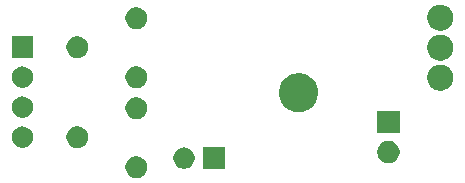
<source format=gbr>
G04 #@! TF.GenerationSoftware,KiCad,Pcbnew,5.1.5-52549c5~86~ubuntu16.04.1*
G04 #@! TF.CreationDate,2020-11-24T12:51:21+05:30*
G04 #@! TF.ProjectId,IR_Sensor_Module_555_V1.0,49525f53-656e-4736-9f72-5f4d6f64756c,V1.0*
G04 #@! TF.SameCoordinates,Original*
G04 #@! TF.FileFunction,Soldermask,Bot*
G04 #@! TF.FilePolarity,Negative*
%FSLAX46Y46*%
G04 Gerber Fmt 4.6, Leading zero omitted, Abs format (unit mm)*
G04 Created by KiCad (PCBNEW 5.1.5-52549c5~86~ubuntu16.04.1) date 2020-11-24 12:51:21*
%MOMM*%
%LPD*%
G04 APERTURE LIST*
%ADD10C,0.100000*%
G04 APERTURE END LIST*
D10*
G36*
X112030104Y-113409585D02*
G01*
X112198626Y-113479389D01*
X112350291Y-113580728D01*
X112479272Y-113709709D01*
X112580611Y-113861374D01*
X112650415Y-114029896D01*
X112686000Y-114208797D01*
X112686000Y-114391203D01*
X112650415Y-114570104D01*
X112580611Y-114738626D01*
X112479272Y-114890291D01*
X112350291Y-115019272D01*
X112198626Y-115120611D01*
X112030104Y-115190415D01*
X111851203Y-115226000D01*
X111668797Y-115226000D01*
X111489896Y-115190415D01*
X111321374Y-115120611D01*
X111169709Y-115019272D01*
X111040728Y-114890291D01*
X110939389Y-114738626D01*
X110869585Y-114570104D01*
X110834000Y-114391203D01*
X110834000Y-114208797D01*
X110869585Y-114029896D01*
X110939389Y-113861374D01*
X111040728Y-113709709D01*
X111169709Y-113580728D01*
X111321374Y-113479389D01*
X111489896Y-113409585D01*
X111668797Y-113374000D01*
X111851203Y-113374000D01*
X112030104Y-113409585D01*
G37*
G36*
X119237591Y-114439000D02*
G01*
X117435591Y-114439000D01*
X117435591Y-112637000D01*
X119237591Y-112637000D01*
X119237591Y-114439000D01*
G37*
G36*
X115910103Y-112641927D02*
G01*
X116059403Y-112671624D01*
X116223375Y-112739544D01*
X116370945Y-112838147D01*
X116496444Y-112963646D01*
X116595047Y-113111216D01*
X116662967Y-113275188D01*
X116697591Y-113449259D01*
X116697591Y-113626741D01*
X116662967Y-113800812D01*
X116595047Y-113964784D01*
X116496444Y-114112354D01*
X116370945Y-114237853D01*
X116223375Y-114336456D01*
X116059403Y-114404376D01*
X115910103Y-114434073D01*
X115885333Y-114439000D01*
X115707849Y-114439000D01*
X115683079Y-114434073D01*
X115533779Y-114404376D01*
X115369807Y-114336456D01*
X115222237Y-114237853D01*
X115096738Y-114112354D01*
X114998135Y-113964784D01*
X114930215Y-113800812D01*
X114895591Y-113626741D01*
X114895591Y-113449259D01*
X114930215Y-113275188D01*
X114998135Y-113111216D01*
X115096738Y-112963646D01*
X115222237Y-112838147D01*
X115369807Y-112739544D01*
X115533779Y-112671624D01*
X115683079Y-112641927D01*
X115707849Y-112637000D01*
X115885333Y-112637000D01*
X115910103Y-112641927D01*
G37*
G36*
X133373395Y-112115546D02*
G01*
X133546466Y-112187234D01*
X133563515Y-112198626D01*
X133702227Y-112291310D01*
X133834690Y-112423773D01*
X133834691Y-112423775D01*
X133938766Y-112579534D01*
X134010454Y-112752605D01*
X134047000Y-112936333D01*
X134047000Y-113123667D01*
X134010454Y-113307395D01*
X133938766Y-113480466D01*
X133938765Y-113480467D01*
X133834690Y-113636227D01*
X133702227Y-113768690D01*
X133654154Y-113800811D01*
X133546466Y-113872766D01*
X133373395Y-113944454D01*
X133189667Y-113981000D01*
X133002333Y-113981000D01*
X132818605Y-113944454D01*
X132645534Y-113872766D01*
X132537846Y-113800811D01*
X132489773Y-113768690D01*
X132357310Y-113636227D01*
X132253235Y-113480467D01*
X132253234Y-113480466D01*
X132181546Y-113307395D01*
X132145000Y-113123667D01*
X132145000Y-112936333D01*
X132181546Y-112752605D01*
X132253234Y-112579534D01*
X132357309Y-112423775D01*
X132357310Y-112423773D01*
X132489773Y-112291310D01*
X132628485Y-112198626D01*
X132645534Y-112187234D01*
X132818605Y-112115546D01*
X133002333Y-112079000D01*
X133189667Y-112079000D01*
X133373395Y-112115546D01*
G37*
G36*
X107030104Y-110869585D02*
G01*
X107198626Y-110939389D01*
X107350291Y-111040728D01*
X107479272Y-111169709D01*
X107580611Y-111321374D01*
X107650415Y-111489896D01*
X107686000Y-111668797D01*
X107686000Y-111851203D01*
X107650415Y-112030104D01*
X107580611Y-112198626D01*
X107479272Y-112350291D01*
X107350291Y-112479272D01*
X107198626Y-112580611D01*
X107030104Y-112650415D01*
X106851203Y-112686000D01*
X106668797Y-112686000D01*
X106489896Y-112650415D01*
X106321374Y-112580611D01*
X106169709Y-112479272D01*
X106040728Y-112350291D01*
X105939389Y-112198626D01*
X105869585Y-112030104D01*
X105834000Y-111851203D01*
X105834000Y-111668797D01*
X105869585Y-111489896D01*
X105939389Y-111321374D01*
X106040728Y-111169709D01*
X106169709Y-111040728D01*
X106321374Y-110939389D01*
X106489896Y-110869585D01*
X106668797Y-110834000D01*
X106851203Y-110834000D01*
X107030104Y-110869585D01*
G37*
G36*
X102221512Y-110863927D02*
G01*
X102370812Y-110893624D01*
X102534784Y-110961544D01*
X102682354Y-111060147D01*
X102807853Y-111185646D01*
X102906456Y-111333216D01*
X102974376Y-111497188D01*
X103009000Y-111671259D01*
X103009000Y-111848741D01*
X102974376Y-112022812D01*
X102906456Y-112186784D01*
X102807853Y-112334354D01*
X102682354Y-112459853D01*
X102534784Y-112558456D01*
X102370812Y-112626376D01*
X102221512Y-112656073D01*
X102196742Y-112661000D01*
X102019258Y-112661000D01*
X101994488Y-112656073D01*
X101845188Y-112626376D01*
X101681216Y-112558456D01*
X101533646Y-112459853D01*
X101408147Y-112334354D01*
X101309544Y-112186784D01*
X101241624Y-112022812D01*
X101207000Y-111848741D01*
X101207000Y-111671259D01*
X101241624Y-111497188D01*
X101309544Y-111333216D01*
X101408147Y-111185646D01*
X101533646Y-111060147D01*
X101681216Y-110961544D01*
X101845188Y-110893624D01*
X101994488Y-110863927D01*
X102019258Y-110859000D01*
X102196742Y-110859000D01*
X102221512Y-110863927D01*
G37*
G36*
X134047000Y-111441000D02*
G01*
X132145000Y-111441000D01*
X132145000Y-109539000D01*
X134047000Y-109539000D01*
X134047000Y-111441000D01*
G37*
G36*
X112030104Y-108409585D02*
G01*
X112198626Y-108479389D01*
X112350291Y-108580728D01*
X112479272Y-108709709D01*
X112580611Y-108861374D01*
X112650415Y-109029896D01*
X112686000Y-109208797D01*
X112686000Y-109391203D01*
X112650415Y-109570104D01*
X112580611Y-109738626D01*
X112479272Y-109890291D01*
X112350291Y-110019272D01*
X112198626Y-110120611D01*
X112030104Y-110190415D01*
X111851203Y-110226000D01*
X111668797Y-110226000D01*
X111489896Y-110190415D01*
X111321374Y-110120611D01*
X111169709Y-110019272D01*
X111040728Y-109890291D01*
X110939389Y-109738626D01*
X110869585Y-109570104D01*
X110834000Y-109391203D01*
X110834000Y-109208797D01*
X110869585Y-109029896D01*
X110939389Y-108861374D01*
X111040728Y-108709709D01*
X111169709Y-108580728D01*
X111321374Y-108479389D01*
X111489896Y-108409585D01*
X111668797Y-108374000D01*
X111851203Y-108374000D01*
X112030104Y-108409585D01*
G37*
G36*
X102221512Y-108323927D02*
G01*
X102370812Y-108353624D01*
X102534784Y-108421544D01*
X102682354Y-108520147D01*
X102807853Y-108645646D01*
X102906456Y-108793216D01*
X102974376Y-108957188D01*
X103009000Y-109131259D01*
X103009000Y-109308741D01*
X102974376Y-109482812D01*
X102906456Y-109646784D01*
X102807853Y-109794354D01*
X102682354Y-109919853D01*
X102534784Y-110018456D01*
X102370812Y-110086376D01*
X102221512Y-110116073D01*
X102196742Y-110121000D01*
X102019258Y-110121000D01*
X101994488Y-110116073D01*
X101845188Y-110086376D01*
X101681216Y-110018456D01*
X101533646Y-109919853D01*
X101408147Y-109794354D01*
X101309544Y-109646784D01*
X101241624Y-109482812D01*
X101207000Y-109308741D01*
X101207000Y-109131259D01*
X101241624Y-108957188D01*
X101309544Y-108793216D01*
X101408147Y-108645646D01*
X101533646Y-108520147D01*
X101681216Y-108421544D01*
X101845188Y-108353624D01*
X101994488Y-108323927D01*
X102019258Y-108319000D01*
X102196742Y-108319000D01*
X102221512Y-108323927D01*
G37*
G36*
X125875256Y-106391298D02*
G01*
X125981579Y-106412447D01*
X126282042Y-106536903D01*
X126552451Y-106717585D01*
X126782415Y-106947549D01*
X126963097Y-107217958D01*
X127087553Y-107518421D01*
X127108702Y-107624744D01*
X127147741Y-107821003D01*
X127151000Y-107837391D01*
X127151000Y-108162609D01*
X127087553Y-108481579D01*
X126963097Y-108782042D01*
X126782415Y-109052451D01*
X126552451Y-109282415D01*
X126282042Y-109463097D01*
X125981579Y-109587553D01*
X125875256Y-109608702D01*
X125662611Y-109651000D01*
X125337389Y-109651000D01*
X125124744Y-109608702D01*
X125018421Y-109587553D01*
X124717958Y-109463097D01*
X124447549Y-109282415D01*
X124217585Y-109052451D01*
X124036903Y-108782042D01*
X123912447Y-108481579D01*
X123849000Y-108162609D01*
X123849000Y-107837391D01*
X123852260Y-107821003D01*
X123891298Y-107624744D01*
X123912447Y-107518421D01*
X124036903Y-107217958D01*
X124217585Y-106947549D01*
X124447549Y-106717585D01*
X124717958Y-106536903D01*
X125018421Y-106412447D01*
X125124744Y-106391298D01*
X125337389Y-106349000D01*
X125662611Y-106349000D01*
X125875256Y-106391298D01*
G37*
G36*
X137714201Y-105640159D02*
G01*
X137820556Y-105661314D01*
X138020926Y-105744310D01*
X138201250Y-105864798D01*
X138354611Y-106018159D01*
X138475099Y-106198483D01*
X138475099Y-106198484D01*
X138558095Y-106398853D01*
X138560292Y-106409897D01*
X138595878Y-106588797D01*
X138600406Y-106611564D01*
X138600406Y-106828442D01*
X138558095Y-107041153D01*
X138526005Y-107118625D01*
X138475099Y-107241523D01*
X138354611Y-107421847D01*
X138201250Y-107575208D01*
X138020926Y-107695696D01*
X137820556Y-107778692D01*
X137714201Y-107799847D01*
X137607846Y-107821003D01*
X137390966Y-107821003D01*
X137284611Y-107799847D01*
X137178256Y-107778692D01*
X137078072Y-107737194D01*
X136977886Y-107695696D01*
X136797562Y-107575208D01*
X136644201Y-107421847D01*
X136523713Y-107241523D01*
X136472807Y-107118625D01*
X136440717Y-107041153D01*
X136398406Y-106828442D01*
X136398406Y-106611564D01*
X136402935Y-106588797D01*
X136438520Y-106409897D01*
X136440717Y-106398853D01*
X136523713Y-106198484D01*
X136523713Y-106198483D01*
X136644201Y-106018159D01*
X136797562Y-105864798D01*
X136977886Y-105744310D01*
X137078072Y-105702812D01*
X137178256Y-105661314D01*
X137284612Y-105640158D01*
X137390966Y-105619003D01*
X137607846Y-105619003D01*
X137714201Y-105640159D01*
G37*
G36*
X112030104Y-105789585D02*
G01*
X112198626Y-105859389D01*
X112350291Y-105960728D01*
X112479272Y-106089709D01*
X112580611Y-106241374D01*
X112650415Y-106409896D01*
X112686000Y-106588797D01*
X112686000Y-106771203D01*
X112650415Y-106950104D01*
X112580611Y-107118626D01*
X112479272Y-107270291D01*
X112350291Y-107399272D01*
X112198626Y-107500611D01*
X112030104Y-107570415D01*
X111851203Y-107606000D01*
X111668797Y-107606000D01*
X111489896Y-107570415D01*
X111321374Y-107500611D01*
X111169709Y-107399272D01*
X111040728Y-107270291D01*
X110939389Y-107118626D01*
X110869585Y-106950104D01*
X110834000Y-106771203D01*
X110834000Y-106588797D01*
X110869585Y-106409896D01*
X110939389Y-106241374D01*
X111040728Y-106089709D01*
X111169709Y-105960728D01*
X111321374Y-105859389D01*
X111489896Y-105789585D01*
X111668797Y-105754000D01*
X111851203Y-105754000D01*
X112030104Y-105789585D01*
G37*
G36*
X102221512Y-105783927D02*
G01*
X102370812Y-105813624D01*
X102534784Y-105881544D01*
X102682354Y-105980147D01*
X102807853Y-106105646D01*
X102906456Y-106253216D01*
X102974376Y-106417188D01*
X103009000Y-106591259D01*
X103009000Y-106768741D01*
X102974376Y-106942812D01*
X102906456Y-107106784D01*
X102807853Y-107254354D01*
X102682354Y-107379853D01*
X102534784Y-107478456D01*
X102370812Y-107546376D01*
X102225875Y-107575205D01*
X102196742Y-107581000D01*
X102019258Y-107581000D01*
X101990125Y-107575205D01*
X101845188Y-107546376D01*
X101681216Y-107478456D01*
X101533646Y-107379853D01*
X101408147Y-107254354D01*
X101309544Y-107106784D01*
X101241624Y-106942812D01*
X101207000Y-106768741D01*
X101207000Y-106591259D01*
X101241624Y-106417188D01*
X101309544Y-106253216D01*
X101408147Y-106105646D01*
X101533646Y-105980147D01*
X101681216Y-105881544D01*
X101845188Y-105813624D01*
X101994488Y-105783927D01*
X102019258Y-105779000D01*
X102196742Y-105779000D01*
X102221512Y-105783927D01*
G37*
G36*
X137714200Y-103100158D02*
G01*
X137820556Y-103121314D01*
X138020926Y-103204310D01*
X138201250Y-103324798D01*
X138354611Y-103478159D01*
X138475099Y-103658483D01*
X138475099Y-103658484D01*
X138558095Y-103858853D01*
X138560292Y-103869897D01*
X138600406Y-104071563D01*
X138600406Y-104288443D01*
X138558095Y-104501152D01*
X138475099Y-104701523D01*
X138354611Y-104881847D01*
X138201250Y-105035208D01*
X138020926Y-105155696D01*
X137820556Y-105238692D01*
X137714200Y-105259848D01*
X137607846Y-105281003D01*
X137390966Y-105281003D01*
X137284612Y-105259848D01*
X137178256Y-105238692D01*
X136977886Y-105155696D01*
X136797562Y-105035208D01*
X136644201Y-104881847D01*
X136523713Y-104701523D01*
X136440717Y-104501152D01*
X136398406Y-104288443D01*
X136398406Y-104071563D01*
X136438520Y-103869897D01*
X136440717Y-103858853D01*
X136523713Y-103658484D01*
X136523713Y-103658483D01*
X136644201Y-103478159D01*
X136797562Y-103324798D01*
X136977886Y-103204310D01*
X137078072Y-103162812D01*
X137178256Y-103121314D01*
X137284611Y-103100159D01*
X137390966Y-103079003D01*
X137607846Y-103079003D01*
X137714200Y-103100158D01*
G37*
G36*
X107030104Y-103249585D02*
G01*
X107198626Y-103319389D01*
X107350291Y-103420728D01*
X107479272Y-103549709D01*
X107580611Y-103701374D01*
X107650415Y-103869896D01*
X107686000Y-104048797D01*
X107686000Y-104231203D01*
X107650415Y-104410104D01*
X107580611Y-104578626D01*
X107479272Y-104730291D01*
X107350291Y-104859272D01*
X107198626Y-104960611D01*
X107030104Y-105030415D01*
X106851203Y-105066000D01*
X106668797Y-105066000D01*
X106489896Y-105030415D01*
X106321374Y-104960611D01*
X106169709Y-104859272D01*
X106040728Y-104730291D01*
X105939389Y-104578626D01*
X105869585Y-104410104D01*
X105834000Y-104231203D01*
X105834000Y-104048797D01*
X105869585Y-103869896D01*
X105939389Y-103701374D01*
X106040728Y-103549709D01*
X106169709Y-103420728D01*
X106321374Y-103319389D01*
X106489896Y-103249585D01*
X106668797Y-103214000D01*
X106851203Y-103214000D01*
X107030104Y-103249585D01*
G37*
G36*
X103009000Y-105041000D02*
G01*
X101207000Y-105041000D01*
X101207000Y-103239000D01*
X103009000Y-103239000D01*
X103009000Y-105041000D01*
G37*
G36*
X137714200Y-100560158D02*
G01*
X137820556Y-100581314D01*
X137920740Y-100622812D01*
X138020926Y-100664310D01*
X138201250Y-100784798D01*
X138354611Y-100938159D01*
X138475099Y-101118483D01*
X138558095Y-101318854D01*
X138600406Y-101531563D01*
X138600406Y-101748443D01*
X138558095Y-101961152D01*
X138475099Y-102161523D01*
X138354611Y-102341847D01*
X138201250Y-102495208D01*
X138020926Y-102615696D01*
X137920740Y-102657194D01*
X137820556Y-102698692D01*
X137714201Y-102719847D01*
X137607846Y-102741003D01*
X137390966Y-102741003D01*
X137284611Y-102719847D01*
X137178256Y-102698692D01*
X136977886Y-102615696D01*
X136797562Y-102495208D01*
X136644201Y-102341847D01*
X136523713Y-102161523D01*
X136440717Y-101961152D01*
X136398406Y-101748443D01*
X136398406Y-101531563D01*
X136440717Y-101318854D01*
X136523713Y-101118483D01*
X136644201Y-100938159D01*
X136797562Y-100784798D01*
X136977886Y-100664310D01*
X137178256Y-100581314D01*
X137284612Y-100560158D01*
X137390966Y-100539003D01*
X137607846Y-100539003D01*
X137714200Y-100560158D01*
G37*
G36*
X112030104Y-100789585D02*
G01*
X112198626Y-100859389D01*
X112350291Y-100960728D01*
X112479272Y-101089709D01*
X112580611Y-101241374D01*
X112650415Y-101409896D01*
X112686000Y-101588797D01*
X112686000Y-101771203D01*
X112650415Y-101950104D01*
X112580611Y-102118626D01*
X112479272Y-102270291D01*
X112350291Y-102399272D01*
X112198626Y-102500611D01*
X112030104Y-102570415D01*
X111851203Y-102606000D01*
X111668797Y-102606000D01*
X111489896Y-102570415D01*
X111321374Y-102500611D01*
X111169709Y-102399272D01*
X111040728Y-102270291D01*
X110939389Y-102118626D01*
X110869585Y-101950104D01*
X110834000Y-101771203D01*
X110834000Y-101588797D01*
X110869585Y-101409896D01*
X110939389Y-101241374D01*
X111040728Y-101089709D01*
X111169709Y-100960728D01*
X111321374Y-100859389D01*
X111489896Y-100789585D01*
X111668797Y-100754000D01*
X111851203Y-100754000D01*
X112030104Y-100789585D01*
G37*
M02*

</source>
